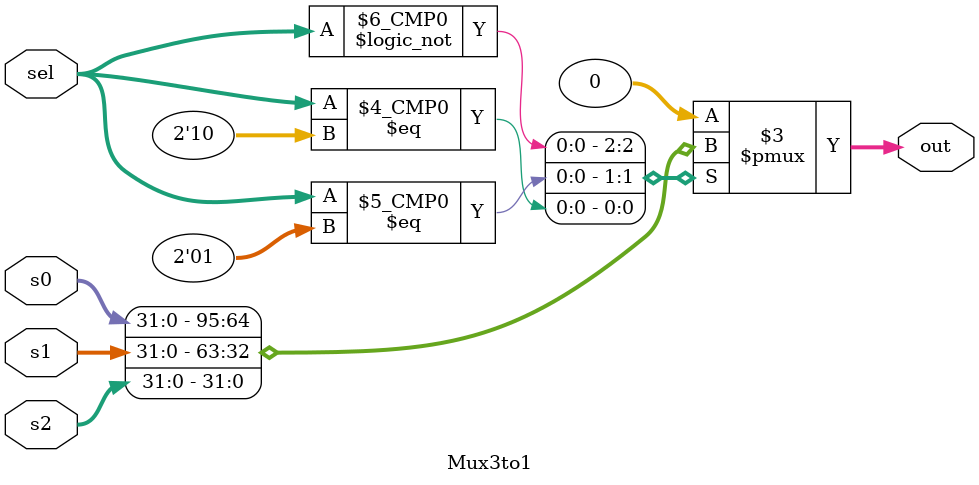
<source format=v>
module Mux3to1 #(
    parameter size = 32
)
(
    input [1:0] sel,
    input signed [size-1:0] s0,
    input signed [size-1:0] s1,
    input signed [size-1:0] s2,
    output reg signed [size-1:0] out
);
    // TODO: implement your 3to1 multiplexer here
    always @(*) begin
        case(sel)
            2'b00: out = s0;
            2'b01: out = s1;
            2'b10: out = s2;
            default: out = 0;
        endcase
    end

endmodule

</source>
